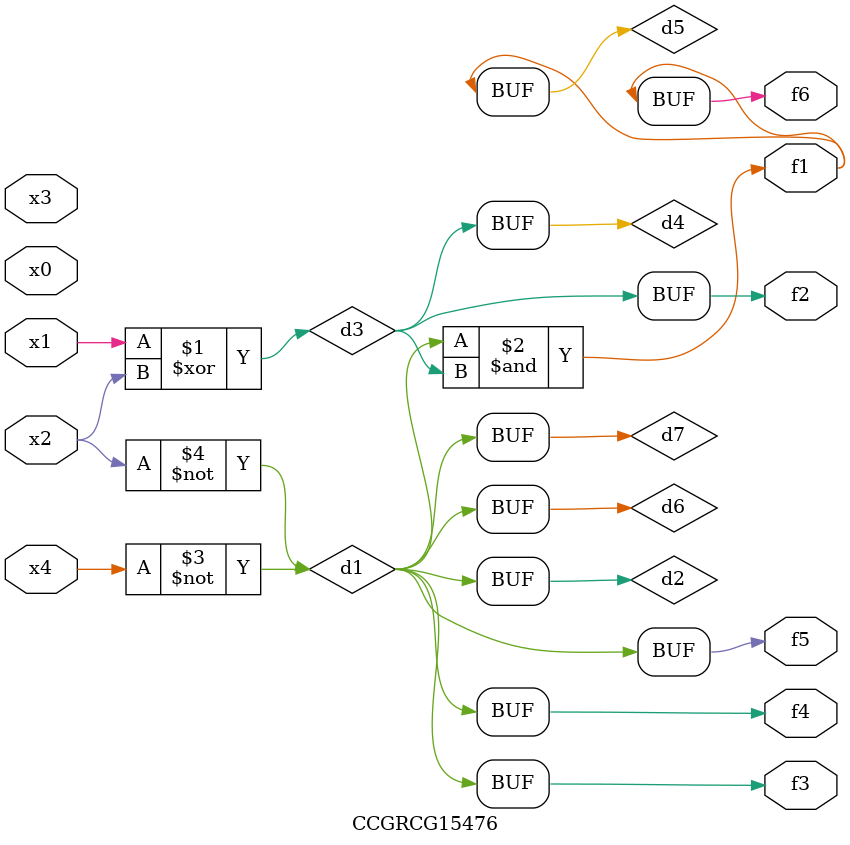
<source format=v>
module CCGRCG15476(
	input x0, x1, x2, x3, x4,
	output f1, f2, f3, f4, f5, f6
);

	wire d1, d2, d3, d4, d5, d6, d7;

	not (d1, x4);
	not (d2, x2);
	xor (d3, x1, x2);
	buf (d4, d3);
	and (d5, d1, d3);
	buf (d6, d1, d2);
	buf (d7, d2);
	assign f1 = d5;
	assign f2 = d4;
	assign f3 = d7;
	assign f4 = d7;
	assign f5 = d7;
	assign f6 = d5;
endmodule

</source>
